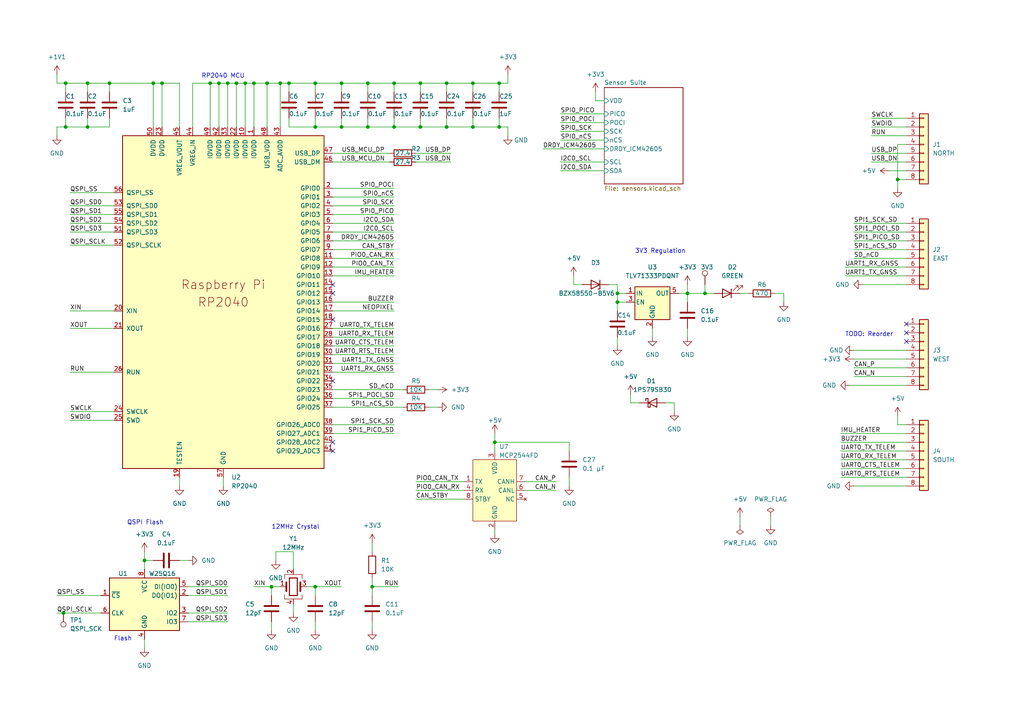
<source format=kicad_sch>
(kicad_sch (version 20211123) (generator eeschema)
  (paper "A4")
  (lib_symbols
    (symbol "Connector:TestPoint" (pin_numbers hide) (pin_names (offset 0.762) hide)
      (property "Reference" "TP" (at 0 6.858 0))
      (property "Value" "TestPoint" (at 0 5.08 0))
      (symbol "TestPoint_0_1"
        (circle (center 0 3.302) (radius 0.762))
      )
      (symbol "TestPoint_1_1"
        (pin passive line (at 0 0 90) (length 2.54) (name "1") (number "1"))
      )
    )
    (symbol "Connector_Generic:Conn_01x08" (pin_names (offset 1.016) hide)
      (property "Reference" "J" (at 0 10.16 0))
      (property "Value" "Conn_01x08" (at 0 -12.7 0))
      (symbol "Conn_01x08_1_1"
        (rectangle (start -1.27 -10.033) (end 0 -10.287) (stroke (width 0.1524)))
        (rectangle (start -1.27 -7.493) (end 0 -7.747) (stroke (width 0.1524)))
        (rectangle (start -1.27 -4.953) (end 0 -5.207) (stroke (width 0.1524)))
        (rectangle (start -1.27 -2.413) (end 0 -2.667) (stroke (width 0.1524)))
        (rectangle (start -1.27 0.127) (end 0 -0.127) (stroke (width 0.1524)))
        (rectangle (start -1.27 2.667) (end 0 2.413) (stroke (width 0.1524)))
        (rectangle (start -1.27 5.207) (end 0 4.953) (stroke (width 0.1524)))
        (rectangle (start -1.27 7.747) (end 0 7.493) (stroke (width 0.1524)))
        (rectangle (start -1.27 8.89) (end 1.27 -11.43) (stroke (width 0.254)) (fill (type background)))
        (pin passive line (at -5.08 7.62 0) (length 3.81) (name "Pin_1") (number "1"))
        (pin passive line (at -5.08 5.08 0) (length 3.81) (name "Pin_2") (number "2"))
        (pin passive line (at -5.08 2.54 0) (length 3.81) (name "Pin_3") (number "3"))
        (pin passive line (at -5.08 0 0) (length 3.81) (name "Pin_4") (number "4"))
        (pin passive line (at -5.08 -2.54 0) (length 3.81) (name "Pin_5") (number "5"))
        (pin passive line (at -5.08 -5.08 0) (length 3.81) (name "Pin_6") (number "6"))
        (pin passive line (at -5.08 -7.62 0) (length 3.81) (name "Pin_7") (number "7"))
        (pin passive line (at -5.08 -10.16 0) (length 3.81) (name "Pin_8") (number "8"))
      )
    )
    (symbol "Device:C" (pin_numbers hide) (pin_names (offset 0.254))
      (property "Reference" "C" (at 0.635 2.54 0))
      (property "Value" "C" (at 0.635 -2.54 0))
      (symbol "C_0_1"
        (polyline (pts (xy -2.032 -0.762) (xy 2.032 -0.762)) (stroke (width 0.508)))
        (polyline (pts (xy -2.032 0.762) (xy 2.032 0.762)) (stroke (width 0.508)))
      )
      (symbol "C_1_1"
        (pin passive line (at 0 3.81 270) (length 2.794) (name "~") (number "1"))
        (pin passive line (at 0 -3.81 90) (length 2.794) (name "~") (number "2"))
      )
    )
    (symbol "Device:Crystal_GND24" (pin_names (offset 1.016) hide)
      (property "Reference" "Y" (at 3.175 5.08 0))
      (property "Value" "Crystal_GND24" (at 3.175 3.175 0))
      (symbol "Crystal_GND24_0_1"
        (rectangle (start -1.143 2.54) (end 1.143 -2.54) (stroke (width 0.3048)))
        (polyline (pts (xy -2.54 0) (xy -2.032 0)))
        (polyline (pts (xy -2.032 -1.27) (xy -2.032 1.27)) (stroke (width 0.508)))
        (polyline (pts (xy 0 -3.81) (xy 0 -3.556)))
        (polyline (pts (xy 0 3.556) (xy 0 3.81)))
        (polyline (pts (xy 2.032 -1.27) (xy 2.032 1.27)) (stroke (width 0.508)))
        (polyline (pts (xy 2.032 0) (xy 2.54 0)))
        (polyline (pts (xy -2.54 -2.286) (xy -2.54 -3.556) (xy 2.54 -3.556) (xy 2.54 -2.286)))
        (polyline (pts (xy -2.54 2.286) (xy -2.54 3.556) (xy 2.54 3.556) (xy 2.54 2.286)))
      )
      (symbol "Crystal_GND24_1_1"
        (pin passive line (at -3.81 0 0) (length 1.27) (name "1") (number "1"))
        (pin passive line (at 0 5.08 270) (length 1.27) (name "2") (number "2"))
        (pin passive line (at 3.81 0 180) (length 1.27) (name "3") (number "3"))
        (pin passive line (at 0 -5.08 90) (length 1.27) (name "4") (number "4"))
      )
    )
    (symbol "Device:D_Schottky" (pin_numbers hide) (pin_names (offset 1.016) hide)
      (property "Reference" "D" (at 0 2.54 0))
      (property "Value" "D_Schottky" (at 0 -2.54 0))
      (symbol "D_Schottky_0_1"
        (polyline (pts (xy 1.27 0) (xy -1.27 0)))
        (polyline (pts (xy 1.27 1.27) (xy 1.27 -1.27) (xy -1.27 0) (xy 1.27 1.27)) (stroke (width 0.254)))
        (polyline (pts (xy -1.905 0.635) (xy -1.905 1.27) (xy -1.27 1.27) (xy -1.27 -1.27) (xy -0.635 -1.27) (xy -0.635 -0.635)) (stroke (width 0.254)))
      )
      (symbol "D_Schottky_1_1"
        (pin passive line (at -3.81 0 0) (length 2.54) (name "K") (number "1"))
        (pin passive line (at 3.81 0 180) (length 2.54) (name "A") (number "2"))
      )
    )
    (symbol "Device:D_Zener" (pin_numbers hide) (pin_names (offset 1.016) hide)
      (property "Reference" "D" (at 0 2.54 0))
      (property "Value" "D_Zener" (at 0 -2.54 0))
      (symbol "D_Zener_0_1"
        (polyline (pts (xy 1.27 0) (xy -1.27 0)))
        (polyline (pts (xy -1.27 -1.27) (xy -1.27 1.27) (xy -0.762 1.27)) (stroke (width 0.254)))
        (polyline (pts (xy 1.27 -1.27) (xy 1.27 1.27) (xy -1.27 0) (xy 1.27 -1.27)) (stroke (width 0.254)))
      )
      (symbol "D_Zener_1_1"
        (pin passive line (at -3.81 0 0) (length 2.54) (name "K") (number "1"))
        (pin passive line (at 3.81 0 180) (length 2.54) (name "A") (number "2"))
      )
    )
    (symbol "Device:LED" (pin_numbers hide) (pin_names (offset 1.016) hide)
      (property "Reference" "D" (at 0 2.54 0))
      (property "Value" "LED" (at 0 -2.54 0))
      (symbol "LED_0_1"
        (polyline (pts (xy -1.27 -1.27) (xy -1.27 1.27)) (stroke (width 0.254)))
        (polyline (pts (xy -1.27 0) (xy 1.27 0)))
        (polyline (pts (xy 1.27 -1.27) (xy 1.27 1.27) (xy -1.27 0) (xy 1.27 -1.27)) (stroke (width 0.254)))
        (polyline (pts (xy -3.048 -0.762) (xy -4.572 -2.286) (xy -3.81 -2.286) (xy -4.572 -2.286) (xy -4.572 -1.524)))
        (polyline (pts (xy -1.778 -0.762) (xy -3.302 -2.286) (xy -2.54 -2.286) (xy -3.302 -2.286) (xy -3.302 -1.524)))
      )
      (symbol "LED_1_1"
        (pin passive line (at -3.81 0 0) (length 2.54) (name "K") (number "1"))
        (pin passive line (at 3.81 0 180) (length 2.54) (name "A") (number "2"))
      )
    )
    (symbol "Device:R" (pin_numbers hide) (pin_names (offset 0))
      (property "Reference" "R" (at 2.032 0 90))
      (property "Value" "R" (at 0 0 90))
      (symbol "R_0_1"
        (rectangle (start -1.016 -2.54) (end 1.016 2.54) (stroke (width 0.254)))
      )
      (symbol "R_1_1"
        (pin passive line (at 0 3.81 270) (length 1.27) (name "~") (number "1"))
        (pin passive line (at 0 -3.81 90) (length 1.27) (name "~") (number "2"))
      )
    )
    (symbol "MCU_RaspberryPi_RP2040:RP2040" (pin_names (offset 1.016))
      (property "Reference" "U" (at -29.21 49.53 0))
      (property "Value" "RP2040" (at 24.13 -49.53 0))
      (symbol "RP2040_0_0"
        (text "Raspberry Pi" (at 0 5.08 0) (effects (font (size 2.54 2.54))))
        (text "RP2040" (at 0 0 0) (effects (font (size 2.54 2.54))))
      )
      (symbol "RP2040_0_1"
        (rectangle (start 29.21 48.26) (end -29.21 -48.26) (stroke (width 0.254)) (fill (type background)))
      )
      (symbol "RP2040_1_1"
        (pin power_in line (at 8.89 50.8 270) (length 2.54) (name "IOVDD") (number "1"))
        (pin power_in line (at 6.35 50.8 270) (length 2.54) (name "IOVDD") (number "10"))
        (pin bidirectional line (at 31.75 12.7 180) (length 2.54) (name "GPIO8") (number "11"))
        (pin bidirectional line (at 31.75 10.16 180) (length 2.54) (name "GPIO9") (number "12"))
        (pin bidirectional line (at 31.75 7.62 180) (length 2.54) (name "GPIO10") (number "13"))
        (pin bidirectional line (at 31.75 5.08 180) (length 2.54) (name "GPIO11") (number "14"))
        (pin bidirectional line (at 31.75 2.54 180) (length 2.54) (name "GPIO12") (number "15"))
        (pin bidirectional line (at 31.75 0 180) (length 2.54) (name "GPIO13") (number "16"))
        (pin bidirectional line (at 31.75 -2.54 180) (length 2.54) (name "GPIO14") (number "17"))
        (pin bidirectional line (at 31.75 -5.08 180) (length 2.54) (name "GPIO15") (number "18"))
        (pin passive line (at -12.7 -50.8 90) (length 2.54) (name "TESTEN") (number "19"))
        (pin bidirectional line (at 31.75 33.02 180) (length 2.54) (name "GPIO0") (number "2"))
        (pin input line (at -31.75 -2.54 0) (length 2.54) (name "XIN") (number "20"))
        (pin passive line (at -31.75 -7.62 0) (length 2.54) (name "XOUT") (number "21"))
        (pin power_in line (at 3.81 50.8 270) (length 2.54) (name "IOVDD") (number "22"))
        (pin power_in line (at -17.78 50.8 270) (length 2.54) (name "DVDD") (number "23"))
        (pin output line (at -31.75 -31.75 0) (length 2.54) (name "SWCLK") (number "24"))
        (pin bidirectional line (at -31.75 -34.29 0) (length 2.54) (name "SWD") (number "25"))
        (pin input line (at -31.75 -20.32 0) (length 2.54) (name "RUN") (number "26"))
        (pin bidirectional line (at 31.75 -7.62 180) (length 2.54) (name "GPIO16") (number "27"))
        (pin bidirectional line (at 31.75 -10.16 180) (length 2.54) (name "GPIO17") (number "28"))
        (pin bidirectional line (at 31.75 -12.7 180) (length 2.54) (name "GPIO18") (number "29"))
        (pin bidirectional line (at 31.75 30.48 180) (length 2.54) (name "GPIO1") (number "3"))
        (pin bidirectional line (at 31.75 -15.24 180) (length 2.54) (name "GPIO19") (number "30"))
        (pin bidirectional line (at 31.75 -17.78 180) (length 2.54) (name "GPIO20") (number "31"))
        (pin bidirectional line (at 31.75 -20.32 180) (length 2.54) (name "GPIO21") (number "32"))
        (pin power_in line (at 1.27 50.8 270) (length 2.54) (name "IOVDD") (number "33"))
        (pin bidirectional line (at 31.75 -22.86 180) (length 2.54) (name "GPIO22") (number "34"))
        (pin bidirectional line (at 31.75 -25.4 180) (length 2.54) (name "GPIO23") (number "35"))
        (pin bidirectional line (at 31.75 -27.94 180) (length 2.54) (name "GPIO24") (number "36"))
        (pin bidirectional line (at 31.75 -30.48 180) (length 2.54) (name "GPIO25") (number "37"))
        (pin bidirectional line (at 31.75 -35.56 180) (length 2.54) (name "GPIO26_ADC0") (number "38"))
        (pin bidirectional line (at 31.75 -38.1 180) (length 2.54) (name "GPIO27_ADC1") (number "39"))
        (pin bidirectional line (at 31.75 27.94 180) (length 2.54) (name "GPIO2") (number "4"))
        (pin bidirectional line (at 31.75 -40.64 180) (length 2.54) (name "GPIO28_ADC2") (number "40"))
        (pin bidirectional line (at 31.75 -43.18 180) (length 2.54) (name "GPIO29_ADC3") (number "41"))
        (pin power_in line (at -1.27 50.8 270) (length 2.54) (name "IOVDD") (number "42"))
        (pin power_in line (at 16.51 50.8 270) (length 2.54) (name "ADC_AVDD") (number "43"))
        (pin power_in line (at -8.89 50.8 270) (length 2.54) (name "VREG_IN") (number "44"))
        (pin power_out line (at -12.7 50.8 270) (length 2.54) (name "VREG_VOUT") (number "45"))
        (pin bidirectional line (at 31.75 40.64 180) (length 2.54) (name "USB_DM") (number "46"))
        (pin bidirectional line (at 31.75 43.18 180) (length 2.54) (name "USB_DP") (number "47"))
        (pin power_in line (at 12.7 50.8 270) (length 2.54) (name "USB_VDD") (number "48"))
        (pin power_in line (at -3.81 50.8 270) (length 2.54) (name "IOVDD") (number "49"))
        (pin bidirectional line (at 31.75 25.4 180) (length 2.54) (name "GPIO3") (number "5"))
        (pin power_in line (at -20.32 50.8 270) (length 2.54) (name "DVDD") (number "50"))
        (pin bidirectional line (at -31.75 20.32 0) (length 2.54) (name "QSPI_SD3") (number "51"))
        (pin output line (at -31.75 16.51 0) (length 2.54) (name "QSPI_SCLK") (number "52"))
        (pin bidirectional line (at -31.75 27.94 0) (length 2.54) (name "QSPI_SD0") (number "53"))
        (pin bidirectional line (at -31.75 22.86 0) (length 2.54) (name "QSPI_SD2") (number "54"))
        (pin bidirectional line (at -31.75 25.4 0) (length 2.54) (name "QSPI_SD1") (number "55"))
        (pin bidirectional line (at -31.75 31.75 0) (length 2.54) (name "QSPI_SS") (number "56"))
        (pin power_in line (at 0 -50.8 90) (length 2.54) (name "GND") (number "57"))
        (pin bidirectional line (at 31.75 22.86 180) (length 2.54) (name "GPIO4") (number "6"))
        (pin bidirectional line (at 31.75 20.32 180) (length 2.54) (name "GPIO5") (number "7"))
        (pin bidirectional line (at 31.75 17.78 180) (length 2.54) (name "GPIO6") (number "8"))
        (pin bidirectional line (at 31.75 15.24 180) (length 2.54) (name "GPIO7") (number "9"))
      )
    )
    (symbol "Memory_Flash:W25Q32JVSS"
      (property "Reference" "U" (at -8.89 8.89 0))
      (property "Value" "W25Q32JVSS" (at 7.62 8.89 0))
      (symbol "W25Q32JVSS_0_1"
        (rectangle (start -10.16 7.62) (end 10.16 -7.62) (stroke (width 0.254)) (fill (type background)))
      )
      (symbol "W25Q32JVSS_1_1"
        (pin input line (at -12.7 2.54 0) (length 2.54) (name "~{CS}") (number "1"))
        (pin bidirectional line (at 12.7 2.54 180) (length 2.54) (name "DO(IO1)") (number "2"))
        (pin bidirectional line (at 12.7 -2.54 180) (length 2.54) (name "IO2") (number "3"))
        (pin power_in line (at 0 -10.16 90) (length 2.54) (name "GND") (number "4"))
        (pin bidirectional line (at 12.7 5.08 180) (length 2.54) (name "DI(IO0)") (number "5"))
        (pin input line (at -12.7 -2.54 0) (length 2.54) (name "CLK") (number "6"))
        (pin bidirectional line (at 12.7 -5.08 180) (length 2.54) (name "IO3") (number "7"))
        (pin power_in line (at 0 10.16 270) (length 2.54) (name "VCC") (number "8"))
      )
    )
    (symbol "Regulator_Linear:TLV71333PDBV" (pin_names (offset 0.254))
      (property "Reference" "U" (at -3.81 5.715 0))
      (property "Value" "TLV71333PDBV" (at 0 5.715 0))
      (symbol "TLV71333PDBV_0_1"
        (rectangle (start -5.08 4.445) (end 5.08 -5.08) (stroke (width 0.254)) (fill (type background)))
      )
      (symbol "TLV71333PDBV_1_1"
        (pin power_in line (at -7.62 2.54 0) (length 2.54) (name "IN") (number "1"))
        (pin power_in line (at 0 -7.62 90) (length 2.54) (name "GND") (number "2"))
        (pin input line (at -7.62 0 0) (length 2.54) (name "EN") (number "3"))
        (pin no_connect line (at 5.08 0 180) (length 2.54) hide (name "NC") (number "4"))
        (pin power_out line (at 7.62 2.54 180) (length 2.54) (name "OUT") (number "5"))
      )
    )
    (symbol "mcp2544fd:MCP2544FD"
      (property "Reference" "U" (at 12.7 3.81 0))
      (property "Value" "MCP2544FD" (at 19.05 11.43 0))
      (symbol "MCP2544FD_0_1"
        (rectangle (start -6.35 8.89) (end 6.35 -8.89) (fill (type background)))
      )
      (symbol "MCP2544FD_1_1"
        (pin output line (at -8.89 2.54 0) (length 2.54) (name "TX") (number "1"))
        (pin power_in line (at 0 -11.43 90) (length 2.54) (name "GND") (number "2"))
        (pin power_in line (at 0 11.43 270) (length 2.54) (name "VDD") (number "3"))
        (pin input line (at -8.89 0 0) (length 2.54) (name "RX") (number "4"))
        (pin no_connect line (at 8.89 -2.54 180) (length 2.54) (name "NC") (number "5"))
        (pin bidirectional line (at 8.89 0 180) (length 2.54) (name "CANL") (number "6"))
        (pin bidirectional line (at 8.89 2.54 180) (length 2.54) (name "CANH") (number "7"))
        (pin input line (at -8.89 -2.54 0) (length 2.54) (name "STBY") (number "8"))
      )
    )
    (symbol "power:+1V1" (power) (pin_names (offset 0))
      (property "Value" "+1V1" (at 0 3.556 0))
      (symbol "+1V1_0_1"
        (polyline (pts (xy -0.762 1.27) (xy 0 2.54)))
        (polyline (pts (xy 0 0) (xy 0 2.54)))
        (polyline (pts (xy 0 2.54) (xy 0.762 1.27)))
      )
      (symbol "+1V1_1_1"
        (pin power_in line (at 0 0 90) (length 0) hide (name "+1V1") (number "1"))
      )
    )
    (symbol "power:+3V3" (power) (pin_names (offset 0))
      (property "Value" "+3V3" (at 0 3.556 0))
      (symbol "+3V3_0_1"
        (polyline (pts (xy -0.762 1.27) (xy 0 2.54)))
        (polyline (pts (xy 0 0) (xy 0 2.54)))
        (polyline (pts (xy 0 2.54) (xy 0.762 1.27)))
      )
      (symbol "+3V3_1_1"
        (pin power_in line (at 0 0 90) (length 0) hide (name "+3V3") (number "1"))
      )
    )
    (symbol "power:+5V" (power) (pin_names (offset 0))
      (property "Value" "+5V" (at 0 3.556 0))
      (symbol "+5V_0_1"
        (polyline (pts (xy -0.762 1.27) (xy 0 2.54)))
        (polyline (pts (xy 0 0) (xy 0 2.54)))
        (polyline (pts (xy 0 2.54) (xy 0.762 1.27)))
      )
      (symbol "+5V_1_1"
        (pin power_in line (at 0 0 90) (length 0) hide (name "+5V") (number "1"))
      )
    )
    (symbol "power:GND" (power) (pin_names (offset 0))
      (property "Value" "GND" (at 0 -3.81 0))
      (symbol "GND_0_1"
        (polyline (pts (xy 0 0) (xy 0 -1.27) (xy 1.27 -1.27) (xy 0 -2.54) (xy -1.27 -1.27) (xy 0 -1.27)))
      )
      (symbol "GND_1_1"
        (pin power_in line (at 0 0 270) (length 0) hide (name "GND") (number "1"))
      )
    )
    (symbol "power:PWR_FLAG" (power) (pin_numbers hide) (pin_names (offset 0) hide)
      (property "Value" "PWR_FLAG" (at 0 3.81 0))
      (symbol "PWR_FLAG_0_0"
        (pin power_out line (at 0 0 90) (length 0) (name "pwr") (number "1"))
      )
      (symbol "PWR_FLAG_0_1"
        (polyline (pts (xy 0 0) (xy 0 1.27) (xy -1.016 1.905) (xy 0 2.54) (xy 1.016 1.905) (xy 0 1.27)))
      )
    )
  )
  (junction (at 204.47 85.09))
  (junction (at 66.04 24.13) (diameter 0.9144))
  (junction (at 99.06 24.13) (diameter 0.9144))
  (junction (at 144.78 24.13))
  (junction (at 73.66 24.13) (diameter 0.9144))
  (junction (at 31.75 24.13))
  (junction (at 179.07 85.09))
  (junction (at 71.12 24.13) (diameter 0.9144))
  (junction (at 60.96 24.13) (diameter 0.9144))
  (junction (at 106.68 24.13) (diameter 0.9144))
  (junction (at 91.44 170.18) (diameter 0.9144))
  (junction (at 19.05 36.83))
  (junction (at 106.68 36.83) (diameter 0.9144))
  (junction (at 199.39 85.09))
  (junction (at 41.91 162.56) (diameter 0.9144))
  (junction (at 114.3 24.13))
  (junction (at 144.78 36.83))
  (junction (at 19.05 24.13))
  (junction (at 78.74 170.18) (diameter 0.9144))
  (junction (at 81.28 24.13) (diameter 0.9144))
  (junction (at 129.54 36.83))
  (junction (at 18.415 177.8))
  (junction (at 46.99 24.13) (diameter 0.9144))
  (junction (at 44.45 24.13) (diameter 0.9144))
  (junction (at 121.92 24.13))
  (junction (at 137.16 36.83))
  (junction (at 83.82 24.13) (diameter 0.9144))
  (junction (at 179.07 87.63))
  (junction (at 143.51 128.27))
  (junction (at 68.58 24.13) (diameter 0.9144))
  (junction (at 129.54 24.13))
  (junction (at 114.3 36.83))
  (junction (at 91.44 36.83) (diameter 0.9144))
  (junction (at 25.4 36.83))
  (junction (at 63.5 24.13) (diameter 0.9144))
  (junction (at 121.92 36.83))
  (junction (at 77.47 24.13) (diameter 0.9144))
  (junction (at 107.95 170.18))
  (junction (at 137.16 24.13))
  (junction (at 25.4 24.13))
  (junction (at 260.35 52.07))
  (junction (at 91.44 24.13) (diameter 0.9144))
  (junction (at 99.06 36.83) (diameter 0.9144))
  (no_connect (at 96.52 128.27))
  (no_connect (at 96.52 110.49))
  (no_connect (at 96.52 130.81))
  (no_connect (at 262.89 93.98))
  (no_connect (at 262.89 96.52))
  (no_connect (at 262.89 99.06))
  (no_connect (at 96.52 82.55))
  (no_connect (at 96.52 85.09))
  (no_connect (at 96.52 92.71))
  (wire (pts (xy 96.52 77.47) (xy 114.3 77.47)))
  (wire (pts (xy 223.52 149.86) (xy 223.52 152.4)))
  (wire (pts (xy 96.52 69.85) (xy 114.3 69.85)))
  (wire (pts (xy 96.52 125.73) (xy 114.3 125.73)))
  (wire (pts (xy 96.52 59.69) (xy 114.3 59.69)))
  (wire (pts (xy 99.06 36.83) (xy 91.44 36.83)))
  (wire (pts (xy 54.61 172.72) (xy 66.04 172.72)))
  (wire (pts (xy 71.12 24.13) (xy 71.12 36.83)))
  (wire (pts (xy 162.56 38.1) (xy 175.26 38.1)))
  (wire (pts (xy 18.415 177.8) (xy 29.21 177.8)))
  (wire (pts (xy 91.44 180.34) (xy 91.44 182.88)))
  (wire (pts (xy 247.65 64.77) (xy 262.89 64.77)))
  (wire (pts (xy 85.09 175.26) (xy 85.09 177.8)))
  (wire (pts (xy 20.32 121.92) (xy 33.02 121.92)))
  (wire (pts (xy 96.52 72.39) (xy 114.3 72.39)))
  (wire (pts (xy 96.52 97.79) (xy 114.3 97.79)))
  (wire (pts (xy 179.07 85.09) (xy 179.07 87.63)))
  (wire (pts (xy 91.44 170.18) (xy 88.9 170.18)))
  (wire (pts (xy 91.44 170.18) (xy 99.06 170.18)))
  (wire (pts (xy 152.4 139.7) (xy 161.29 139.7)))
  (wire (pts (xy 204.47 85.09) (xy 204.47 82.55)))
  (wire (pts (xy 121.92 34.29) (xy 121.92 36.83)))
  (wire (pts (xy 182.88 116.84) (xy 185.42 116.84)))
  (wire (pts (xy 96.52 118.11) (xy 116.84 118.11)))
  (wire (pts (xy 114.3 24.13) (xy 114.3 26.67)))
  (wire (pts (xy 96.52 90.17) (xy 114.3 90.17)))
  (wire (pts (xy 179.07 90.17) (xy 179.07 87.63)))
  (wire (pts (xy 16.51 36.83) (xy 19.05 36.83)))
  (wire (pts (xy 64.77 138.43) (xy 64.77 140.97)))
  (wire (pts (xy 52.07 138.43) (xy 52.07 140.97)))
  (wire (pts (xy 91.44 34.29) (xy 91.44 36.83)))
  (wire (pts (xy 99.06 24.13) (xy 99.06 26.67)))
  (wire (pts (xy 124.46 113.03) (xy 127 113.03)))
  (wire (pts (xy 31.75 36.83) (xy 31.75 34.29)))
  (wire (pts (xy 20.32 67.31) (xy 33.02 67.31)))
  (wire (pts (xy 247.65 109.22) (xy 262.89 109.22)))
  (wire (pts (xy 137.16 36.83) (xy 129.54 36.83)))
  (wire (pts (xy 19.05 36.83) (xy 25.4 36.83)))
  (wire (pts (xy 260.35 41.91) (xy 262.89 41.91)))
  (wire (pts (xy 199.39 85.09) (xy 199.39 87.63)))
  (wire (pts (xy 81.28 24.13) (xy 83.82 24.13)))
  (wire (pts (xy 152.4 142.24) (xy 161.29 142.24)))
  (wire (pts (xy 25.4 24.13) (xy 31.75 24.13)))
  (wire (pts (xy 260.35 52.07) (xy 260.35 54.61)))
  (wire (pts (xy 196.85 85.09) (xy 199.39 85.09)))
  (wire (pts (xy 121.92 24.13) (xy 121.92 26.67)))
  (wire (pts (xy 143.51 125.73) (xy 143.51 128.27)))
  (wire (pts (xy 16.51 24.13) (xy 16.51 21.59)))
  (wire (pts (xy 227.33 85.09) (xy 224.79 85.09)))
  (wire (pts (xy 262.89 67.31) (xy 247.65 67.31)))
  (wire (pts (xy 66.04 36.83) (xy 66.04 24.13)))
  (wire (pts (xy 243.84 125.73) (xy 262.89 125.73)))
  (wire (pts (xy 66.04 24.13) (xy 68.58 24.13)))
  (wire (pts (xy 68.58 36.83) (xy 68.58 24.13)))
  (wire (pts (xy 96.52 105.41) (xy 114.3 105.41)))
  (wire (pts (xy 252.73 39.37) (xy 262.89 39.37)))
  (wire (pts (xy 41.91 165.1) (xy 41.91 162.56)))
  (wire (pts (xy 250.19 82.55) (xy 262.89 82.55)))
  (wire (pts (xy 96.52 123.19) (xy 114.3 123.19)))
  (wire (pts (xy 73.66 24.13) (xy 77.47 24.13)))
  (wire (pts (xy 137.16 24.13) (xy 144.78 24.13)))
  (wire (pts (xy 252.73 44.45) (xy 262.89 44.45)))
  (wire (pts (xy 20.32 95.25) (xy 33.02 95.25)))
  (wire (pts (xy 260.35 52.07) (xy 260.35 41.91)))
  (wire (pts (xy 179.07 97.79) (xy 179.07 100.33)))
  (wire (pts (xy 147.32 21.59) (xy 147.32 24.13)))
  (wire (pts (xy 157.48 43.18) (xy 175.26 43.18)))
  (wire (pts (xy 80.01 160.02) (xy 85.09 160.02)))
  (wire (pts (xy 121.92 24.13) (xy 129.54 24.13)))
  (wire (pts (xy 96.52 87.63) (xy 114.3 87.63)))
  (wire (pts (xy 91.44 24.13) (xy 91.44 26.67)))
  (wire (pts (xy 96.52 44.45) (xy 113.03 44.45)))
  (wire (pts (xy 96.52 80.01) (xy 114.3 80.01)))
  (wire (pts (xy 106.68 24.13) (xy 106.68 26.67)))
  (wire (pts (xy 73.66 36.83) (xy 73.66 24.13)))
  (wire (pts (xy 246.38 111.76) (xy 262.89 111.76)))
  (wire (pts (xy 243.84 133.35) (xy 262.89 133.35)))
  (wire (pts (xy 99.06 34.29) (xy 99.06 36.83)))
  (wire (pts (xy 25.4 34.29) (xy 25.4 36.83)))
  (wire (pts (xy 120.65 46.99) (xy 130.81 46.99)))
  (wire (pts (xy 19.05 24.13) (xy 19.05 26.67)))
  (wire (pts (xy 214.63 85.09) (xy 217.17 85.09)))
  (wire (pts (xy 262.89 74.93) (xy 247.65 74.93)))
  (wire (pts (xy 20.32 71.12) (xy 33.02 71.12)))
  (wire (pts (xy 85.09 160.02) (xy 85.09 165.1)))
  (wire (pts (xy 162.56 33.02) (xy 175.26 33.02)))
  (wire (pts (xy 96.52 64.77) (xy 114.3 64.77)))
  (wire (pts (xy 73.66 170.18) (xy 78.74 170.18)))
  (wire (pts (xy 54.61 170.18) (xy 66.04 170.18)))
  (wire (pts (xy 96.52 102.87) (xy 114.3 102.87)))
  (wire (pts (xy 147.32 36.83) (xy 147.32 39.37)))
  (wire (pts (xy 114.3 36.83) (xy 121.92 36.83)))
  (wire (pts (xy 20.32 107.95) (xy 33.02 107.95)))
  (wire (pts (xy 107.95 180.34) (xy 107.95 182.88)))
  (wire (pts (xy 144.78 24.13) (xy 144.78 26.67)))
  (wire (pts (xy 124.46 118.11) (xy 127 118.11)))
  (wire (pts (xy 96.52 46.99) (xy 113.03 46.99)))
  (wire (pts (xy 144.78 34.29) (xy 144.78 36.83)))
  (wire (pts (xy 60.96 24.13) (xy 63.5 24.13)))
  (wire (pts (xy 19.05 34.29) (xy 19.05 36.83)))
  (wire (pts (xy 176.53 82.55) (xy 179.07 82.55)))
  (wire (pts (xy 60.96 36.83) (xy 60.96 24.13)))
  (wire (pts (xy 68.58 24.13) (xy 71.12 24.13)))
  (wire (pts (xy 46.99 36.83) (xy 46.99 24.13)))
  (wire (pts (xy 63.5 24.13) (xy 63.5 36.83)))
  (wire (pts (xy 83.82 24.13) (xy 91.44 24.13)))
  (wire (pts (xy 31.75 24.13) (xy 44.45 24.13)))
  (wire (pts (xy 129.54 24.13) (xy 129.54 26.67)))
  (wire (pts (xy 143.51 153.67) (xy 143.51 154.94)))
  (wire (pts (xy 16.51 172.72) (xy 29.21 172.72)))
  (wire (pts (xy 19.05 24.13) (xy 16.51 24.13)))
  (wire (pts (xy 179.07 82.55) (xy 179.07 85.09)))
  (wire (pts (xy 96.52 67.31) (xy 114.3 67.31)))
  (wire (pts (xy 129.54 34.29) (xy 129.54 36.83)))
  (wire (pts (xy 199.39 95.25) (xy 199.39 97.79)))
  (wire (pts (xy 262.89 69.85) (xy 247.65 69.85)))
  (wire (pts (xy 54.61 180.34) (xy 66.04 180.34)))
  (wire (pts (xy 182.88 114.3) (xy 182.88 116.84)))
  (wire (pts (xy 120.65 139.7) (xy 134.62 139.7)))
  (wire (pts (xy 166.37 80.01) (xy 166.37 82.55)))
  (wire (pts (xy 114.3 34.29) (xy 114.3 36.83)))
  (wire (pts (xy 96.52 107.95) (xy 114.3 107.95)))
  (wire (pts (xy 247.65 101.6) (xy 262.89 101.6)))
  (wire (pts (xy 252.73 36.83) (xy 262.89 36.83)))
  (wire (pts (xy 20.32 119.38) (xy 33.02 119.38)))
  (wire (pts (xy 16.51 39.37) (xy 16.51 36.83)))
  (wire (pts (xy 189.23 95.25) (xy 189.23 97.79)))
  (wire (pts (xy 162.56 49.53) (xy 175.26 49.53)))
  (wire (pts (xy 179.07 85.09) (xy 181.61 85.09)))
  (wire (pts (xy 81.28 24.13) (xy 77.47 24.13)))
  (wire (pts (xy 120.65 142.24) (xy 134.62 142.24)))
  (wire (pts (xy 20.32 55.88) (xy 33.02 55.88)))
  (wire (pts (xy 55.88 36.83) (xy 55.88 24.13)))
  (wire (pts (xy 166.37 82.55) (xy 168.91 82.55)))
  (wire (pts (xy 91.44 24.13) (xy 99.06 24.13)))
  (wire (pts (xy 129.54 24.13) (xy 137.16 24.13)))
  (wire (pts (xy 25.4 36.83) (xy 31.75 36.83)))
  (wire (pts (xy 165.1 138.43) (xy 165.1 140.97)))
  (wire (pts (xy 106.68 36.83) (xy 114.3 36.83)))
  (wire (pts (xy 78.74 180.34) (xy 78.74 182.88)))
  (wire (pts (xy 25.4 24.13) (xy 25.4 26.67)))
  (wire (pts (xy 77.47 24.13) (xy 77.47 36.83)))
  (wire (pts (xy 52.07 36.83) (xy 52.07 24.13)))
  (wire (pts (xy 20.32 90.17) (xy 33.02 90.17)))
  (wire (pts (xy 73.66 24.13) (xy 71.12 24.13)))
  (wire (pts (xy 96.52 113.03) (xy 116.84 113.03)))
  (wire (pts (xy 199.39 85.09) (xy 204.47 85.09)))
  (wire (pts (xy 137.16 24.13) (xy 137.16 26.67)))
  (wire (pts (xy 66.04 24.13) (xy 63.5 24.13)))
  (wire (pts (xy 20.32 64.77) (xy 33.02 64.77)))
  (wire (pts (xy 46.99 24.13) (xy 44.45 24.13)))
  (wire (pts (xy 80.01 162.56) (xy 80.01 160.02)))
  (wire (pts (xy 52.07 24.13) (xy 46.99 24.13)))
  (wire (pts (xy 96.52 57.15) (xy 114.3 57.15)))
  (wire (pts (xy 243.84 128.27) (xy 262.89 128.27)))
  (wire (pts (xy 106.68 24.13) (xy 114.3 24.13)))
  (wire (pts (xy 144.78 24.13) (xy 147.32 24.13)))
  (wire (pts (xy 252.73 46.99) (xy 262.89 46.99)))
  (wire (pts (xy 41.91 160.02) (xy 41.91 162.56)))
  (wire (pts (xy 260.35 52.07) (xy 262.89 52.07)))
  (wire (pts (xy 99.06 36.83) (xy 106.68 36.83)))
  (wire (pts (xy 165.1 128.27) (xy 165.1 130.81)))
  (wire (pts (xy 243.84 130.81) (xy 262.89 130.81)))
  (wire (pts (xy 55.88 24.13) (xy 60.96 24.13)))
  (wire (pts (xy 247.65 140.97) (xy 262.89 140.97)))
  (wire (pts (xy 137.16 34.29) (xy 137.16 36.83)))
  (wire (pts (xy 199.39 82.55) (xy 199.39 85.09)))
  (wire (pts (xy 260.35 123.19) (xy 262.89 123.19)))
  (wire (pts (xy 162.56 46.99) (xy 175.26 46.99)))
  (wire (pts (xy 260.35 120.65) (xy 260.35 123.19)))
  (wire (pts (xy 107.95 157.48) (xy 107.95 160.02)))
  (wire (pts (xy 52.07 162.56) (xy 54.61 162.56)))
  (wire (pts (xy 172.72 26.67) (xy 172.72 29.21)))
  (wire (pts (xy 143.51 128.27) (xy 165.1 128.27)))
  (wire (pts (xy 114.3 24.13) (xy 121.92 24.13)))
  (wire (pts (xy 96.52 95.25) (xy 114.3 95.25)))
  (wire (pts (xy 204.47 85.09) (xy 207.01 85.09)))
  (wire (pts (xy 19.05 24.13) (xy 25.4 24.13)))
  (wire (pts (xy 83.82 26.67) (xy 83.82 24.13)))
  (wire (pts (xy 54.61 177.8) (xy 66.04 177.8)))
  (wire (pts (xy 247.65 104.14) (xy 262.89 104.14)))
  (wire (pts (xy 41.91 185.42) (xy 41.91 187.96)))
  (wire (pts (xy 96.52 62.23) (xy 114.3 62.23)))
  (wire (pts (xy 91.44 36.83) (xy 83.82 36.83)))
  (wire (pts (xy 20.32 62.23) (xy 33.02 62.23)))
  (wire (pts (xy 252.73 34.29) (xy 262.89 34.29)))
  (wire (pts (xy 78.74 172.72) (xy 78.74 170.18)))
  (wire (pts (xy 20.32 59.69) (xy 33.02 59.69)))
  (wire (pts (xy 179.07 87.63) (xy 181.61 87.63)))
  (wire (pts (xy 16.51 177.8) (xy 18.415 177.8)))
  (wire (pts (xy 96.52 115.57) (xy 114.3 115.57)))
  (wire (pts (xy 83.82 36.83) (xy 83.82 34.29)))
  (wire (pts (xy 214.63 149.86) (xy 214.63 152.4)))
  (wire (pts (xy 78.74 170.18) (xy 81.28 170.18)))
  (wire (pts (xy 172.72 29.21) (xy 175.26 29.21)))
  (wire (pts (xy 195.58 116.84) (xy 193.04 116.84)))
  (wire (pts (xy 245.11 77.47) (xy 262.89 77.47)))
  (wire (pts (xy 144.78 36.83) (xy 137.16 36.83)))
  (wire (pts (xy 99.06 24.13) (xy 106.68 24.13)))
  (wire (pts (xy 107.95 170.18) (xy 107.95 172.72)))
  (wire (pts (xy 96.52 100.33) (xy 114.3 100.33)))
  (wire (pts (xy 245.11 80.01) (xy 262.89 80.01)))
  (wire (pts (xy 44.45 24.13) (xy 44.45 36.83)))
  (wire (pts (xy 31.75 26.67) (xy 31.75 24.13)))
  (wire (pts (xy 96.52 74.93) (xy 114.3 74.93)))
  (wire (pts (xy 257.81 49.53) (xy 262.89 49.53)))
  (wire (pts (xy 107.95 170.18) (xy 115.57 170.18)))
  (wire (pts (xy 106.68 34.29) (xy 106.68 36.83)))
  (wire (pts (xy 81.28 36.83) (xy 81.28 24.13)))
  (wire (pts (xy 243.84 135.89) (xy 262.89 135.89)))
  (wire (pts (xy 120.65 44.45) (xy 130.81 44.45)))
  (wire (pts (xy 144.78 36.83) (xy 147.32 36.83)))
  (wire (pts (xy 96.52 54.61) (xy 114.3 54.61)))
  (wire (pts (xy 195.58 119.38) (xy 195.58 116.84)))
  (wire (pts (xy 162.56 35.56) (xy 175.26 35.56)))
  (wire (pts (xy 262.89 72.39) (xy 247.65 72.39)))
  (wire (pts (xy 162.56 40.64) (xy 175.26 40.64)))
  (wire (pts (xy 143.51 128.27) (xy 143.51 130.81)))
  (wire (pts (xy 41.91 162.56) (xy 44.45 162.56)))
  (wire (pts (xy 120.65 144.78) (xy 134.62 144.78)))
  (wire (pts (xy 227.33 87.63) (xy 227.33 85.09)))
  (wire (pts (xy 107.95 167.64) (xy 107.95 170.18)))
  (wire (pts (xy 91.44 172.72) (xy 91.44 170.18)))
  (wire (pts (xy 129.54 36.83) (xy 121.92 36.83)))
  (wire (pts (xy 247.65 106.68) (xy 262.89 106.68)))
  (wire (pts (xy 243.84 138.43) (xy 262.89 138.43)))
  (text "RP2040 MCU" (at 58.42 22.86 0) (effects (font (size 1.27 1.27)) (justify left bottom)))
  (text "QSPI Flash" (at 36.83 152.4 0) (effects (font (size 1.27 1.27)) (justify left bottom)))
  (text "TODO: Reorder" (at 245.11 97.79 0) (effects (font (size 1.27 1.27)) (justify left bottom)))
  (text "12MHz Crystal" (at 78.74 153.67 0) (effects (font (size 1.27 1.27)) (justify left bottom)))
  (text "3V3 Regulation" (at 184.15 73.66 0) (effects (font (size 1.27 1.27)) (justify left bottom)))
  (text "Flash" (at 33.02 186.055 0) (effects (font (size 1.27 1.27)) (justify left bottom)))
  (label "SPI0_nCS" (at 162.56 40.64 0))
  (label "SPI0_nCS" (at 114.3 57.15 180))
  (label "CAN_N" (at 247.65 109.22 0))
  (label "SPI1_SCK_SD" (at 114.3 123.19 180))
  (label "SPI0_SCK" (at 162.56 38.1 0))
  (label "QSPI_SD3" (at 66.04 180.34 180))
  (label "IMU_HEATER" (at 243.84 125.73 0))
  (label "CAN_STBY" (at 120.65 144.78 0))
  (label "SPI0_SCK" (at 114.3 59.69 180))
  (label "QSPI_SS" (at 16.51 172.72 0))
  (label "UART1_TX_GNSS" (at 114.3 105.41 180))
  (label "NEOPIXEL" (at 114.3 90.17 180))
  (label "SWDIO" (at 252.73 36.83 0))
  (label "CAN_P" (at 161.29 139.7 180))
  (label "SWCLK" (at 20.32 119.38 0))
  (label "QSPI_SD0" (at 20.32 59.69 0))
  (label "USB_DN" (at 130.81 46.99 180))
  (label "SPI1_SCK_SD" (at 247.65 64.77 0))
  (label "XIN" (at 20.32 90.17 0))
  (label "QSPI_SD2" (at 66.04 177.8 180))
  (label "UART0_RX_TELEM" (at 114.3 97.79 180))
  (label "RUN" (at 115.57 170.18 180))
  (label "UART1_RX_GNSS" (at 114.3 107.95 180))
  (label "QSPI_SCLK" (at 16.51 177.8 0))
  (label "SPI1_POCI_SD" (at 247.65 67.31 0))
  (label "RUN" (at 252.73 39.37 0))
  (label "UART0_RTS_TELEM" (at 114.3 102.87 180))
  (label "USB_DP" (at 130.81 44.45 180))
  (label "IMU_HEATER" (at 114.3 80.01 180))
  (label "XOUT" (at 20.32 95.25 0))
  (label "SPI0_POCI" (at 114.3 54.61 180))
  (label "SPI1_PICO_SD" (at 114.3 125.73 180))
  (label "I2C0_SCL" (at 114.3 67.31 180))
  (label "UART1_RX_GNSS" (at 245.11 77.47 0))
  (label "I2C0_SCL" (at 162.56 46.99 0))
  (label "UART1_TX_GNSS" (at 245.11 80.01 0))
  (label "USB_MCU_DN" (at 99.06 46.99 0))
  (label "PIO0_CAN_RX" (at 114.3 74.93 180))
  (label "I2C0_SDA" (at 114.3 64.77 180))
  (label "XOUT" (at 99.06 170.18 180))
  (label "SPI1_nCS_SD" (at 114.3 118.11 180))
  (label "UART0_CTS_TELEM" (at 243.84 135.89 0))
  (label "CAN_N" (at 161.29 142.24 180))
  (label "SPI1_PICO_SD" (at 247.65 69.85 0))
  (label "SD_nCD" (at 247.65 74.93 0))
  (label "SWDIO" (at 20.32 121.92 0))
  (label "SWCLK" (at 252.73 34.29 0))
  (label "SPI0_PICO" (at 114.3 62.23 180))
  (label "XIN" (at 73.66 170.18 0))
  (label "QSPI_SD1" (at 66.04 172.72 180))
  (label "UART0_RTS_TELEM" (at 243.84 138.43 0))
  (label "USB_MCU_DP" (at 99.06 44.45 0))
  (label "UART0_TX_TELEM" (at 114.3 95.25 180))
  (label "QSPI_SCLK" (at 20.32 71.12 0))
  (label "PIO0_CAN_TX" (at 120.65 139.7 0))
  (label "CAN_STBY" (at 114.3 72.39 180))
  (label "USB_DN" (at 252.73 46.99 0))
  (label "RUN" (at 20.32 107.95 0))
  (label "UART0_TX_TELEM" (at 243.84 130.81 0))
  (label "DRDY_ICM42605" (at 114.3 69.85 180))
  (label "SPI1_nCS_SD" (at 247.65 72.39 0))
  (label "PIO0_CAN_TX" (at 114.3 77.47 180))
  (label "SPI0_PICO" (at 162.56 33.02 0))
  (label "I2C0_SDA" (at 162.56 49.53 0))
  (label "SPI0_POCI" (at 162.56 35.56 0))
  (label "QSPI_SD0" (at 66.04 170.18 180))
  (label "CAN_P" (at 247.65 106.68 0))
  (label "DRDY_ICM42605" (at 157.48 43.18 0))
  (label "QSPI_SD2" (at 20.32 64.77 0))
  (label "QSPI_SS" (at 20.32 55.88 0))
  (label "BUZZER" (at 243.84 128.27 0))
  (label "UART0_RX_TELEM" (at 243.84 133.35 0))
  (label "USB_DP" (at 252.73 44.45 0))
  (label "SD_nCD" (at 114.3 113.03 180))
  (label "PIO0_CAN_RX" (at 120.65 142.24 0))
  (label "UART0_CTS_TELEM" (at 114.3 100.33 180))
  (label "QSPI_SD1" (at 20.32 62.23 0))
  (label "SPI1_POCI_SD" (at 114.3 115.57 180))
  (label "QSPI_SD3" (at 20.32 67.31 0))
  (label "BUZZER" (at 114.3 87.63 180))
  (symbol (lib_id "power:+3V3") (at 147.32 21.59 0) (unit 1)
    (property "Reference" "#PWR016" (effects hide))
    (property "Value" "+3V3" (at 147.32 16.51 0))
  )
  (symbol (lib_id "Device:C") (at 107.95 176.53 0) (unit 1)
    (property "Reference" "C11" (at 111.76 175.2599 0) (effects (justify left)))
    (property "Value" "0.1uF" (at 111.76 177.7999 0) (effects (justify left)))
    (property "Footprint" "Capacitor_SMD:C_0402_1005Metric" (effects hide))
    (property "LCSC" "C1525" (effects hide))
  )
  (symbol (lib_id "Device:C") (at 121.92 30.48 0) (unit 1)
    (property "Reference" "C15" (at 121.92 27.9399 0) (effects (justify left)))
    (property "Value" "0.1uF" (at 121.92 33.0199 0) (effects (justify left)))
    (property "Footprint" "Capacitor_SMD:C_0402_1005Metric" (effects hide))
    (property "LCSC" "C1525" (effects hide))
  )
  (symbol (lib_id "Device:C") (at 114.3 30.48 0) (unit 1)
    (property "Reference" "C13" (at 114.3 27.9399 0) (effects (justify left)))
    (property "Value" "0.1uF" (at 114.3 33.0199 0) (effects (justify left)))
    (property "Footprint" "Capacitor_SMD:C_0402_1005Metric" (effects hide))
    (property "LCSC" "C1525" (effects hide))
  )
  (symbol (lib_id "MCU_RaspberryPi_RP2040:RP2040") (at 64.77 87.63 0) (unit 1)
    (property "Reference" "U2" (at 67.1132 138.43 0) (effects (justify left)))
    (property "Value" "RP2040" (at 67.1132 140.97 0) (effects (justify left)))
    (property "Footprint" "RP2040_minimal:RP2040-QFN-56" (effects hide))
    (property "LCSC" "C2040" (effects hide))
  )
  (symbol (lib_id "power:GND") (at 85.09 177.8 0) (unit 1)
    (property "Reference" "#PWR010" (effects hide))
    (property "Value" "GND" (at 85.09 182.88 0))
  )
  (symbol (lib_id "power:GND") (at 250.19 82.55 270) (unit 1)
    (property "Reference" "#PWR0109" (effects hide))
    (property "Value" "GND" (at 246.38 82.5499 90) (effects (justify right)))
  )
  (symbol (lib_id "Connector_Generic:Conn_01x08") (at 267.97 72.39 0) (unit 1)
    (property "Reference" "J2" (at 270.51 72.3899 0) (effects (justify left)))
    (property "Value" "EAST" (at 270.51 74.9299 0) (effects (justify left)))
    (property "Footprint" "picofusion_stamp:Castellated_1x8_P2.54mm_Vertical" (effects hide))
  )
  (symbol (lib_id "Device:C") (at 91.44 176.53 0) (unit 1)
    (property "Reference" "C8" (at 95.25 175.2599 0) (effects (justify left)))
    (property "Value" "12pF" (at 95.25 177.7999 0) (effects (justify left)))
    (property "Footprint" "Capacitor_SMD:C_0402_1005Metric" (effects hide))
    (property "LCSC" "C1547" (effects hide))
  )
  (symbol (lib_id "power:+1V1") (at 16.51 21.59 0) (unit 1)
    (property "Reference" "#PWR01" (effects hide))
    (property "Value" "+1V1" (at 16.51 16.51 0))
  )
  (symbol (lib_id "power:+5V") (at 214.63 149.86 0) (unit 1)
    (property "Reference" "#PWR060" (effects hide))
    (property "Value" "+5V" (at 214.63 144.78 0))
  )
  (symbol (lib_id "power:GND") (at 199.39 97.79 0) (unit 1)
    (property "Reference" "#PWR025" (effects hide))
    (property "Value" "GND" (at 199.39 102.87 0))
  )
  (symbol (lib_id "power:GND") (at 64.77 140.97 0) (unit 1)
    (property "Reference" "#PWR07" (effects hide))
    (property "Value" "GND" (at 64.77 146.05 0))
  )
  (symbol (lib_id "Device:C") (at 199.39 91.44 0) (unit 1)
    (property "Reference" "C16" (at 203.2 90.1699 0) (effects (justify left)))
    (property "Value" "0.1uF" (at 203.2 92.7099 0) (effects (justify left)))
    (property "Footprint" "Capacitor_SMD:C_0402_1005Metric" (effects hide))
    (property "LCSC" "C1525" (effects hide))
  )
  (symbol (lib_id "Device:C") (at 99.06 30.48 0) (unit 1)
    (property "Reference" "C9" (at 99.06 27.9399 0) (effects (justify left)))
    (property "Value" "0.1uF" (at 99.06 33.0199 0) (effects (justify left)))
    (property "Footprint" "Capacitor_SMD:C_0402_1005Metric" (effects hide))
    (property "LCSC" "C1525" (effects hide))
  )
  (symbol (lib_id "power:+3V3") (at 107.95 157.48 0) (unit 1)
    (property "Reference" "#PWR012" (effects hide))
    (property "Value" "+3V3" (at 107.95 152.4 0))
  )
  (symbol (lib_id "power:GND") (at 91.44 182.88 0) (unit 1)
    (property "Reference" "#PWR011" (effects hide))
    (property "Value" "GND" (at 91.44 187.96 0))
  )
  (symbol (lib_id "power:+3V3") (at 41.91 160.02 0) (unit 1)
    (property "Reference" "#PWR03" (effects hide))
    (property "Value" "+3V3" (at 41.91 154.94 0))
  )
  (symbol (lib_id "Device:C") (at 25.4 30.48 0) (unit 1)
    (property "Reference" "C2" (at 25.4 27.9399 0) (effects (justify left)))
    (property "Value" "0.1uF" (at 25.4 33.0199 0) (effects (justify left)))
    (property "Footprint" "Capacitor_SMD:C_0402_1005Metric" (effects hide))
    (property "LCSC" "C1525" (effects hide))
  )
  (symbol (lib_id "power:GND") (at 195.58 119.38 0) (unit 1)
    (property "Reference" "#PWR0102" (effects hide))
    (property "Value" "GND" (at 195.58 124.46 0))
  )
  (symbol (lib_id "Memory_Flash:W25Q32JVSS") (at 41.91 175.26 0) (unit 1)
    (property "Reference" "U1" (at 34.29 166.37 0) (effects (justify left)))
    (property "Value" "W25Q16" (at 43.18 166.37 0) (effects (justify left)))
    (property "Footprint" "USON:8-USON" (effects hide))
    (property "Datasheet" "http://www.winbond.com/resource-files/w25q32jv%20revg%2003272018%20plus.pdf" (effects hide))
    (property "LCSC" "C97521" (effects hide))
  )
  (symbol (lib_id "power:GND") (at 223.52 152.4 0) (unit 1)
    (property "Reference" "#PWR061" (effects hide))
    (property "Value" "GND" (at 223.52 157.48 0))
  )
  (symbol (lib_id "Device:C") (at 78.74 176.53 0) (unit 1)
    (property "Reference" "C5" (at 71.12 175.26 0) (effects (justify left)))
    (property "Value" "12pF" (at 71.12 177.8 0) (effects (justify left)))
    (property "Footprint" "Capacitor_SMD:C_0402_1005Metric" (effects hide))
    (property "LCSC" "C1547" (effects hide))
  )
  (symbol (lib_id "Device:C") (at 129.54 30.48 0) (unit 1)
    (property "Reference" "C24" (at 129.54 27.9399 0) (effects (justify left)))
    (property "Value" "0.1uF" (at 129.54 33.0199 0) (effects (justify left)))
    (property "Footprint" "Capacitor_SMD:C_0402_1005Metric" (effects hide))
    (property "LCSC" "C1525" (effects hide))
  )
  (symbol (lib_id "Device:C") (at 137.16 30.48 0) (unit 1)
    (property "Reference" "C26" (at 137.16 27.9399 0) (effects (justify left)))
    (property "Value" "0.1uF" (at 137.16 33.0199 0) (effects (justify left)))
    (property "Footprint" "Capacitor_SMD:C_0402_1005Metric" (effects hide))
    (property "LCSC" "C1525" (effects hide))
  )
  (symbol (lib_id "power:+5V") (at 166.37 80.01 0) (unit 1)
    (property "Reference" "#PWR018" (effects hide))
    (property "Value" "+5V" (at 166.37 74.93 0))
  )
  (symbol (lib_id "power:+5V") (at 143.51 125.73 0) (unit 1)
    (property "Reference" "#PWR033" (effects hide))
    (property "Value" "+5V" (at 143.51 121.92 0))
  )
  (symbol (lib_id "power:GND") (at 246.38 111.76 270) (unit 1)
    (property "Reference" "#PWR0108" (effects hide))
    (property "Value" "GND" (at 242.57 111.7599 90) (effects (justify right)))
  )
  (symbol (lib_id "power:GND") (at 41.91 187.96 0) (unit 1)
    (property "Reference" "#PWR04" (effects hide))
    (property "Value" "GND" (at 41.91 193.04 0))
  )
  (symbol (lib_id "Device:R") (at 120.65 113.03 90) (unit 1)
    (property "Reference" "R5" (at 120.65 110.49 90))
    (property "Value" "10K" (at 120.65 113.03 90))
    (property "Footprint" "Resistor_SMD:R_0402_1005Metric" (effects hide))
    (property "LCSC" "C25744" (effects hide))
  )
  (symbol (lib_id "Device:R") (at 116.84 46.99 90) (unit 1)
    (property "Reference" "R3" (at 120.65 45.72 90))
    (property "Value" "27.4" (at 116.84 46.99 90))
    (property "Footprint" "Resistor_SMD:R_0402_1005Metric" (effects hide))
  )
  (symbol (lib_id "mcp2544fd:MCP2544FD") (at 143.51 142.24 0) (unit 1)
    (property "Reference" "U7" (at 144.78 129.54 0) (effects (justify left)))
    (property "Value" "MCP2544FD" (at 144.78 132.08 0) (effects (justify left)))
    (property "Footprint" "Package_SO:SOP-8_3.9x4.9mm_P1.27mm" (effects hide))
  )
  (symbol (lib_id "Device:C") (at 179.07 93.98 0) (unit 1)
    (property "Reference" "C14" (at 179.07 91.44 0) (effects (justify left)))
    (property "Value" "0.1uF" (at 179.07 96.52 0) (effects (justify left)))
    (property "Footprint" "Capacitor_SMD:C_0402_1005Metric" (effects hide))
    (property "LCSC" "C1525" (effects hide))
  )
  (symbol (lib_id "Device:R") (at 116.84 44.45 90) (unit 1)
    (property "Reference" "R2" (at 120.65 43.18 90))
    (property "Value" "27.4" (at 116.84 44.45 90))
    (property "Footprint" "Resistor_SMD:R_0402_1005Metric" (effects hide))
  )
  (symbol (lib_id "Connector_Generic:Conn_01x08") (at 267.97 130.81 0) (unit 1)
    (property "Reference" "J4" (at 270.51 130.8099 0) (effects (justify left)))
    (property "Value" "SOUTH" (at 270.51 133.3499 0) (effects (justify left)))
    (property "Footprint" "picofusion_stamp:Castellated_1x8_P2.54mm_Vertical" (effects hide))
  )
  (symbol (lib_id "power:+3V3") (at 127 113.03 270) (unit 1)
    (property "Reference" "#PWR015" (effects hide))
    (property "Value" "+3V3" (at 130.81 113.0299 90) (effects (justify left)))
  )
  (symbol (lib_id "power:GND") (at 16.51 39.37 0) (unit 1)
    (property "Reference" "#PWR02" (effects hide))
    (property "Value" "GND" (at 16.51 44.45 0))
  )
  (symbol (lib_id "Connector:TestPoint") (at 18.415 177.8 180) (unit 1)
    (property "Reference" "TP1" (at 20.32 179.8319 0) (effects (justify right)))
    (property "Value" "QSPI_SCK" (at 20.32 182.3719 0) (effects (justify right)))
    (property "Footprint" "TestPoint:TestPoint_Pad_1.0x1.0mm" (effects hide))
  )
  (symbol (lib_id "Connector:TestPoint") (at 204.47 82.55 0) (unit 1)
    (property "Reference" "3V3" (at 203.2 77.47 0) (effects (justify left)))
    (property "Value" "TestPoint" (effects hide))
    (property "Footprint" "TestPoint:TestPoint_Pad_1.0x1.0mm" (effects hide))
  )
  (symbol (lib_id "Device:C") (at 91.44 30.48 0) (unit 1)
    (property "Reference" "C7" (at 91.44 27.9399 0) (effects (justify left)))
    (property "Value" "0.1uF" (at 91.44 33.0199 0) (effects (justify left)))
    (property "Footprint" "Capacitor_SMD:C_0402_1005Metric" (effects hide))
    (property "LCSC" "C1525" (effects hide))
  )
  (symbol (lib_id "power:GND") (at 247.65 101.6 270) (unit 1)
    (property "Reference" "#PWR059" (effects hide))
    (property "Value" "GND" (at 242.57 101.6 90))
  )
  (symbol (lib_id "power:+5V") (at 257.81 49.53 90) (unit 1)
    (property "Reference" "#PWR0110" (effects hide))
    (property "Value" "+5V" (at 254 49.5299 90) (effects (justify left)))
  )
  (symbol (lib_id "power:GND") (at 80.01 162.56 0) (unit 1)
    (property "Reference" "#PWR09" (effects hide))
    (property "Value" "GND" (at 80.01 167.64 0))
  )
  (symbol (lib_id "Device:C") (at 48.26 162.56 90) (unit 1)
    (property "Reference" "C4" (at 48.26 154.94 90))
    (property "Value" "0.1uF" (at 48.26 157.48 90))
    (property "Footprint" "Capacitor_SMD:C_0402_1005Metric" (effects hide))
    (property "LCSC" "C1525" (effects hide))
  )
  (symbol (lib_id "Device:C") (at 144.78 30.48 0) (unit 1)
    (property "Reference" "C25" (at 144.78 27.9399 0) (effects (justify left)))
    (property "Value" "1uF" (at 144.78 33.0199 0) (effects (justify left)))
    (property "Footprint" "Capacitor_SMD:C_0402_1005Metric" (effects hide))
    (property "LCSC" "C52923" (effects hide))
  )
  (symbol (lib_id "power:+3V3") (at 172.72 26.67 0) (unit 1)
    (property "Reference" "#PWR020" (effects hide))
    (property "Value" "+3V3" (at 172.72 21.59 0))
  )
  (symbol (lib_id "Device:Crystal_GND24") (at 85.09 170.18 0) (unit 1)
    (property "Reference" "Y1" (at 85.09 156.21 0))
    (property "Value" "12MHz" (at 85.09 158.75 0))
    (property "Footprint" "Crystal:Crystal_SMD_2520-4Pin_2.5x2.0mm" (effects hide))
  )
  (symbol (lib_id "Connector_Generic:Conn_01x08") (at 267.97 101.6 0) (unit 1)
    (property "Reference" "J3" (at 270.51 101.5999 0) (effects (justify left)))
    (property "Value" "WEST" (at 270.51 104.1399 0) (effects (justify left)))
    (property "Footprint" "picofusion_stamp:Castellated_1x8_P2.54mm_Vertical" (effects hide))
  )
  (symbol (lib_id "Device:R") (at 107.95 163.83 0) (unit 1)
    (property "Reference" "R1" (at 110.49 162.5599 0) (effects (justify left)))
    (property "Value" "10K" (at 110.49 165.0999 0) (effects (justify left)))
    (property "Footprint" "Resistor_SMD:R_0402_1005Metric" (effects hide))
    (property "LCSC" "C25744" (effects hide))
  )
  (symbol (lib_id "power:GND") (at 147.32 39.37 0) (unit 1)
    (property "Reference" "#PWR017" (effects hide))
    (property "Value" "GND" (at 151.13 40.64 0))
  )
  (symbol (lib_id "Device:C") (at 83.82 30.48 0) (unit 1)
    (property "Reference" "C6" (at 83.82 27.9399 0) (effects (justify left)))
    (property "Value" "0.1uF" (at 83.82 33.0199 0) (effects (justify left)))
    (property "Footprint" "Capacitor_SMD:C_0402_1005Metric" (effects hide))
    (property "LCSC" "C1525" (effects hide))
  )
  (symbol (lib_id "Device:D_Schottky") (at 189.23 116.84 0) (unit 1)
    (property "Reference" "D1" (at 188.9125 110.49 0))
    (property "Value" "1PS79SB30" (at 189.23 113.03 0))
    (property "Footprint" "Diode_SMD:D_SOD-523" (effects hide))
    (property "LCSC" "C426690" (effects hide))
  )
  (symbol (lib_id "power:GND") (at 52.07 140.97 0) (unit 1)
    (property "Reference" "#PWR05" (effects hide))
    (property "Value" "GND" (at 52.07 146.05 0))
  )
  (symbol (lib_id "power:+3V3") (at 247.65 104.14 90) (unit 1)
    (property "Reference" "#PWR0106" (effects hide))
    (property "Value" "+3V3" (at 243.84 104.1399 90) (effects (justify left)))
  )
  (symbol (lib_id "Device:R") (at 220.98 85.09 90) (unit 1)
    (property "Reference" "R6" (at 220.98 82.55 90))
    (property "Value" "470" (at 220.98 85.09 90))
    (property "Footprint" "Resistor_SMD:R_0402_1005Metric" (effects hide))
    (property "LCSC" "C25117" (effects hide))
  )
  (symbol (lib_id "power:+3V3") (at 199.39 82.55 0) (unit 1)
    (property "Reference" "#PWR024" (effects hide))
    (property "Value" "+3V3" (at 199.39 77.47 0))
  )
  (symbol (lib_id "power:+5V") (at 260.35 120.65 0) (unit 1)
    (property "Reference" "#PWR058" (effects hide))
    (property "Value" "+5V" (at 260.35 115.57 0))
  )
  (symbol (lib_id "power:+5V") (at 182.88 114.3 0) (unit 1)
    (property "Reference" "#PWR0101" (effects hide))
    (property "Value" "+5V" (at 182.88 109.22 0))
  )
  (symbol (lib_id "Device:C") (at 106.68 30.48 0) (unit 1)
    (property "Reference" "C10" (at 106.68 27.9399 0) (effects (justify left)))
    (property "Value" "0.1uF" (at 106.68 33.0199 0) (effects (justify left)))
    (property "Footprint" "Capacitor_SMD:C_0402_1005Metric" (effects hide))
    (property "LCSC" "C1525" (effects hide))
  )
  (symbol (lib_id "power:GND") (at 107.95 182.88 0) (unit 1)
    (property "Reference" "#PWR013" (effects hide))
    (property "Value" "GND" (at 107.95 187.96 0))
  )
  (symbol (lib_id "Regulator_Linear:TLV71333PDBV") (at 189.23 87.63 0) (unit 1)
    (property "Reference" "U3" (at 189.23 77.47 0))
    (property "Value" "TLV71333PDQNT" (at 189.23 80.01 0))
    (property "Footprint" "Package_SON:Texas_X2SON-4_1x1mm_P0.65mm" (effects hide))
    (property "Datasheet" "http://www.ti.com/lit/ds/symlink/tlv713p.pdf" (effects hide))
  )
  (symbol (lib_id "Connector_Generic:Conn_01x08") (at 267.97 41.91 0) (unit 1)
    (property "Reference" "J1" (at 270.51 41.9099 0) (effects (justify left)))
    (property "Value" "NORTH" (at 270.51 44.4499 0) (effects (justify left)))
    (property "Footprint" "picofusion_stamp:Castellated_1x8_P2.54mm_Vertical" (effects hide))
  )
  (symbol (lib_id "power:GND") (at 54.61 162.56 90) (unit 1)
    (property "Reference" "#PWR06" (effects hide))
    (property "Value" "GND" (at 58.42 162.5599 90) (effects (justify right)))
  )
  (symbol (lib_id "Device:C") (at 165.1 134.62 0) (unit 1)
    (property "Reference" "C27" (at 168.91 133.3499 0) (effects (justify left)))
    (property "Value" "0.1 µF" (at 168.91 135.8899 0) (effects (justify left)))
    (property "Footprint" "Capacitor_SMD:C_0402_1005Metric" (effects hide))
    (property "LCSC" "C1525" (effects hide))
  )
  (symbol (lib_id "power:GND") (at 247.65 140.97 270) (unit 1)
    (property "Reference" "#PWR0107" (effects hide))
    (property "Value" "GND" (at 243.84 140.9699 90) (effects (justify right)))
  )
  (symbol (lib_id "power:GND") (at 260.35 54.61 0) (unit 1)
    (property "Reference" "#PWR0105" (effects hide))
    (property "Value" "GND" (at 260.35 59.69 0))
  )
  (symbol (lib_id "power:GND") (at 127 118.11 90) (unit 1)
    (property "Reference" "#PWR014" (effects hide))
    (property "Value" "GND" (at 130.81 118.1099 90) (effects (justify right)))
  )
  (symbol (lib_id "power:GND") (at 165.1 140.97 0) (unit 1)
    (property "Reference" "#PWR042" (effects hide))
    (property "Value" "GND" (at 165.1 146.05 0))
  )
  (symbol (lib_id "Device:C") (at 19.05 30.48 0) (unit 1)
    (property "Reference" "C1" (at 19.05 27.9399 0) (effects (justify left)))
    (property "Value" "0.1uF" (at 19.05 33.0199 0) (effects (justify left)))
    (property "Footprint" "Capacitor_SMD:C_0402_1005Metric" (effects hide))
    (property "LCSC" "C1525" (effects hide))
  )
  (symbol (lib_id "Device:D_Zener") (at 172.72 82.55 180) (unit 1)
    (property "Reference" "D3" (at 172.72 76.2 0))
    (property "Value" "BZX58550-B5V6" (at 170.18 85.09 0))
    (property "Footprint" "Diode_SMD:D_SOD-523" (effects hide))
  )
  (symbol (lib_id "power:GND") (at 78.74 182.88 0) (unit 1)
    (property "Reference" "#PWR08" (effects hide))
    (property "Value" "GND" (at 78.74 187.96 0))
  )
  (symbol (lib_id "Device:C") (at 31.75 30.48 0) (unit 1)
    (property "Reference" "C3" (at 35.56 29.2099 0) (effects (justify left)))
    (property "Value" "1uF" (at 35.56 31.7499 0) (effects (justify left)))
    (property "Footprint" "Capacitor_SMD:C_0402_1005Metric" (effects hide))
    (property "LCSC" "C52923" (effects hide))
  )
  (symbol (lib_id "power:PWR_FLAG") (at 214.63 152.4 180) (unit 1)
    (property "Reference" "#FLG01" (effects hide))
    (property "Value" "PWR_FLAG" (at 214.63 157.48 0))
  )
  (symbol (lib_id "Device:LED") (at 210.82 85.09 180) (unit 1)
    (property "Reference" "D2" (at 212.4075 77.47 0))
    (property "Value" "GREEN" (at 212.4075 80.01 0))
    (property "Footprint" "LED_SMD:LED_0402_1005Metric" (effects hide))
    (property "LCSC" "C72043" (effects hide))
  )
  (symbol (lib_id "Device:R") (at 120.65 118.11 90) (unit 1)
    (property "Reference" "R4" (at 120.65 115.57 90))
    (property "Value" "10K" (at 120.65 118.11 90))
    (property "Footprint" "Resistor_SMD:R_0402_1005Metric" (effects hide))
    (property "LCSC" "C25744" (effects hide))
  )
  (symbol (lib_id "power:GND") (at 179.07 100.33 0) (unit 1)
    (property "Reference" "#PWR019" (effects hide))
    (property "Value" "GND" (at 179.07 105.41 0))
  )
  (symbol (lib_id "power:GND") (at 227.33 87.63 0) (unit 1)
    (property "Reference" "#PWR026" (effects hide))
    (property "Value" "~" (at 227.33 92.71 0))
  )
  (symbol (lib_id "power:GND") (at 189.23 97.79 0) (unit 1)
    (property "Reference" "#PWR021" (effects hide))
    (property "Value" "GND" (at 189.23 102.87 0))
  )
  (symbol (lib_id "power:GND") (at 143.51 154.94 0) (unit 1)
    (property "Reference" "#PWR036" (effects hide))
    (property "Value" "GND" (at 143.51 160.02 0))
  )
  (symbol (lib_id "power:PWR_FLAG") (at 223.52 149.86 0) (unit 1)
    (property "Reference" "#FLG02" (effects hide))
    (property "Value" "PWR_FLAG" (at 223.52 144.78 0))
  )
  (sheet (at 175.26 25.4) (size 22.86 27.94) (stroke (width 0.1524))
    (property "Sheet name" "Sensor Suite" (at 175.26 24.6884 0) (effects (justify left bottom)))
    (property "Sheet file" "sensors.kicad_sch" (at 175.26 53.9246 0) (effects (justify left top)))
    (pin "VDD" input (at 175.26 29.21 180))
    (pin "SDA" input (at 175.26 49.53 180))
    (pin "SCL" input (at 175.26 46.99 180))
    (pin "SCK" input (at 175.26 38.1 180))
    (pin "DRDY_ICM42605" input (at 175.26 43.18 180))
    (pin "nCS" input (at 175.26 40.64 180))
    (pin "PICO" input (at 175.26 33.02 180))
    (pin "POCI" input (at 175.26 35.56 180))
  )
)
</source>
